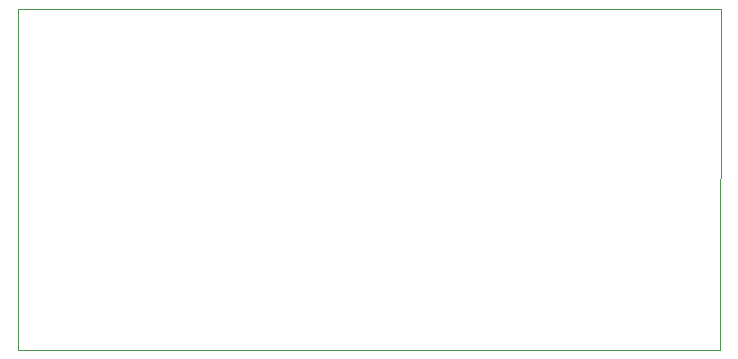
<source format=gbr>
%TF.GenerationSoftware,KiCad,Pcbnew,(5.1.6-0-10_14)*%
%TF.CreationDate,2020-08-20T17:19:26-04:00*%
%TF.ProjectId,atiny85_shield,6174696e-7938-4355-9f73-6869656c642e,rev?*%
%TF.SameCoordinates,Original*%
%TF.FileFunction,Profile,NP*%
%FSLAX46Y46*%
G04 Gerber Fmt 4.6, Leading zero omitted, Abs format (unit mm)*
G04 Created by KiCad (PCBNEW (5.1.6-0-10_14)) date 2020-08-20 17:19:26*
%MOMM*%
%LPD*%
G01*
G04 APERTURE LIST*
%TA.AperFunction,Profile*%
%ADD10C,0.050000*%
%TD*%
G04 APERTURE END LIST*
D10*
X68491100Y-8902700D02*
X9042400Y-8902700D01*
X68554600Y19989800D02*
X68491100Y-8902700D01*
X9042400Y19989800D02*
X68554600Y19989800D01*
X9042400Y-8902700D02*
X9042400Y19989800D01*
M02*

</source>
